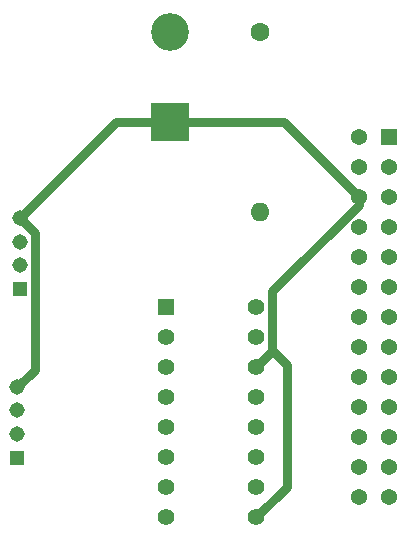
<source format=gbr>
%TF.GenerationSoftware,KiCad,Pcbnew,7.0.7*%
%TF.CreationDate,2025-03-27T10:25:25-07:00*%
%TF.ProjectId,lab7,6c616237-2e6b-4696-9361-645f70636258,rev?*%
%TF.SameCoordinates,Original*%
%TF.FileFunction,Copper,L2,Bot*%
%TF.FilePolarity,Positive*%
%FSLAX46Y46*%
G04 Gerber Fmt 4.6, Leading zero omitted, Abs format (unit mm)*
G04 Created by KiCad (PCBNEW 7.0.7) date 2025-03-27 10:25:25*
%MOMM*%
%LPD*%
G01*
G04 APERTURE LIST*
%TA.AperFunction,ComponentPad*%
%ADD10R,3.200000X3.200000*%
%TD*%
%TA.AperFunction,ComponentPad*%
%ADD11O,3.200000X3.200000*%
%TD*%
%TA.AperFunction,ComponentPad*%
%ADD12R,1.308000X1.308000*%
%TD*%
%TA.AperFunction,ComponentPad*%
%ADD13C,1.308000*%
%TD*%
%TA.AperFunction,ComponentPad*%
%ADD14R,1.400000X1.400000*%
%TD*%
%TA.AperFunction,ComponentPad*%
%ADD15C,1.400000*%
%TD*%
%TA.AperFunction,ComponentPad*%
%ADD16R,1.370000X1.370000*%
%TD*%
%TA.AperFunction,ComponentPad*%
%ADD17C,1.370000*%
%TD*%
%TA.AperFunction,ComponentPad*%
%ADD18C,1.600000*%
%TD*%
%TA.AperFunction,ComponentPad*%
%ADD19O,1.600000X1.600000*%
%TD*%
%TA.AperFunction,Conductor*%
%ADD20C,0.762000*%
%TD*%
G04 APERTURE END LIST*
D10*
%TO.P,D1,1,K*%
%TO.N,GND*%
X96520000Y-53340000D03*
D11*
%TO.P,D1,2,A*%
%TO.N,Net-(D1-A)*%
X96520000Y-45720000D03*
%TD*%
D12*
%TO.P,J3,1,1*%
%TO.N,Net-(U1-CH0)*%
X83820000Y-67500000D03*
D13*
%TO.P,J3,2,2*%
%TO.N,unconnected-(J3-Pad2)*%
X83820000Y-65500000D03*
%TO.P,J3,3,3*%
%TO.N,VDD*%
X83820000Y-63500000D03*
%TO.P,J3,4,4*%
%TO.N,GND*%
X83820000Y-61500000D03*
%TD*%
D14*
%TO.P,U1,1,CH0*%
%TO.N,Net-(U1-CH0)*%
X96250000Y-69020000D03*
D15*
%TO.P,U1,2,CH1*%
%TO.N,Net-(U1-CH1)*%
X96250000Y-71560000D03*
%TO.P,U1,3,CH2*%
%TO.N,unconnected-(U1-CH2-Pad3)*%
X96250000Y-74100000D03*
%TO.P,U1,4,CH3*%
%TO.N,unconnected-(U1-CH3-Pad4)*%
X96250000Y-76640000D03*
%TO.P,U1,5,CH4*%
%TO.N,unconnected-(U1-CH4-Pad5)*%
X96250000Y-79180000D03*
%TO.P,U1,6,CH5*%
%TO.N,unconnected-(U1-CH5-Pad6)*%
X96250000Y-81720000D03*
%TO.P,U1,7,CH6*%
%TO.N,unconnected-(U1-CH6-Pad7)*%
X96250000Y-84260000D03*
%TO.P,U1,8,CH7*%
%TO.N,unconnected-(U1-CH7-Pad8)*%
X96250000Y-86800000D03*
%TO.P,U1,9,DGND*%
%TO.N,GND*%
X103870000Y-86800000D03*
%TO.P,U1,10,SHDN/~{CS}*%
%TO.N,Net-(U1-SHDN{slash}~{CS})*%
X103870000Y-84260000D03*
%TO.P,U1,11,DIN*%
%TO.N,Net-(U1-DIN)*%
X103870000Y-81720000D03*
%TO.P,U1,12,DOUT*%
%TO.N,Net-(U1-DOUT)*%
X103870000Y-79180000D03*
%TO.P,U1,13,CLK*%
%TO.N,Net-(U1-CLK)*%
X103870000Y-76640000D03*
%TO.P,U1,14,AGND*%
%TO.N,GND*%
X103870000Y-74100000D03*
%TO.P,U1,15,VREF*%
%TO.N,VDD*%
X103870000Y-71560000D03*
%TO.P,U1,16,VDD*%
X103870000Y-69020000D03*
%TD*%
D16*
%TO.P,J2,01,01*%
%TO.N,VDD*%
X115062000Y-54610000D03*
D17*
%TO.P,J2,02,02*%
%TO.N,unconnected-(J2-Pad02)*%
X112522000Y-54610000D03*
%TO.P,J2,03,03*%
%TO.N,unconnected-(J2-Pad03)*%
X115062000Y-57150000D03*
%TO.P,J2,04,04*%
%TO.N,unconnected-(J2-Pad04)*%
X112522000Y-57150000D03*
%TO.P,J2,05,05*%
%TO.N,unconnected-(J2-Pad05)*%
X115062000Y-59690000D03*
%TO.P,J2,06,06*%
%TO.N,GND*%
X112522000Y-59690000D03*
%TO.P,J2,07,07*%
%TO.N,unconnected-(J2-Pad07)*%
X115062000Y-62230000D03*
%TO.P,J2,08,08*%
%TO.N,unconnected-(J2-Pad08)*%
X112522000Y-62230000D03*
%TO.P,J2,09,09*%
%TO.N,unconnected-(J2-Pad09)*%
X115062000Y-64770000D03*
%TO.P,J2,10,10*%
%TO.N,unconnected-(J2-Pad10)*%
X112522000Y-64770000D03*
%TO.P,J2,11,11*%
%TO.N,Net-(J2-Pad11)*%
X115062000Y-67310000D03*
%TO.P,J2,12,12*%
%TO.N,unconnected-(J2-Pad12)*%
X112522000Y-67310000D03*
%TO.P,J2,13,13*%
%TO.N,unconnected-(J2-Pad13)*%
X115062000Y-69850000D03*
%TO.P,J2,14,14*%
%TO.N,unconnected-(J2-Pad14)*%
X112522000Y-69850000D03*
%TO.P,J2,15,15*%
%TO.N,unconnected-(J2-Pad15)*%
X115062000Y-72390000D03*
%TO.P,J2,16,16*%
%TO.N,unconnected-(J2-Pad16)*%
X112522000Y-72390000D03*
%TO.P,J2,17,17*%
%TO.N,unconnected-(J2-Pad17)*%
X115062000Y-74930000D03*
%TO.P,J2,18,18*%
%TO.N,unconnected-(J2-Pad18)*%
X112522000Y-74930000D03*
%TO.P,J2,19,19*%
%TO.N,Net-(U1-DIN)*%
X115062000Y-77470000D03*
%TO.P,J2,20,20*%
%TO.N,unconnected-(J2-Pad20)*%
X112522000Y-77470000D03*
%TO.P,J2,21,21*%
%TO.N,Net-(U1-DOUT)*%
X115062000Y-80010000D03*
%TO.P,J2,22,22*%
%TO.N,unconnected-(J2-Pad22)*%
X112522000Y-80010000D03*
%TO.P,J2,23,23*%
%TO.N,Net-(U1-CLK)*%
X115062000Y-82550000D03*
%TO.P,J2,24,24*%
%TO.N,Net-(U1-SHDN{slash}~{CS})*%
X112522000Y-82550000D03*
%TO.P,J2,25,25*%
%TO.N,unconnected-(J2-Pad25)*%
X115062000Y-85090000D03*
%TO.P,J2,26,26*%
%TO.N,unconnected-(J2-Pad26)*%
X112522000Y-85090000D03*
%TD*%
D12*
%TO.P,J1,1,1*%
%TO.N,Net-(U1-CH1)*%
X83640000Y-81790000D03*
D13*
%TO.P,J1,2,2*%
%TO.N,unconnected-(J1-Pad2)*%
X83640000Y-79790000D03*
%TO.P,J1,3,3*%
%TO.N,VDD*%
X83640000Y-77790000D03*
%TO.P,J1,4,4*%
%TO.N,GND*%
X83640000Y-75790000D03*
%TD*%
D18*
%TO.P,R1,1*%
%TO.N,Net-(D1-A)*%
X104140000Y-45720000D03*
D19*
%TO.P,R1,2*%
%TO.N,Net-(J2-Pad11)*%
X104140000Y-60960000D03*
%TD*%
D20*
%TO.N,GND*%
X106426000Y-84244000D02*
X103870000Y-86800000D01*
X106426000Y-73914000D02*
X106426000Y-84244000D01*
X105277000Y-72765000D02*
X106426000Y-73914000D01*
X105205000Y-72765000D02*
X105277000Y-72765000D01*
X85109000Y-74321000D02*
X83640000Y-75790000D01*
X85109000Y-62789000D02*
X85109000Y-74321000D01*
X83820000Y-61500000D02*
X85109000Y-62789000D01*
X91980000Y-53340000D02*
X83820000Y-61500000D01*
X96520000Y-53340000D02*
X91980000Y-53340000D01*
X105205000Y-72765000D02*
X103870000Y-74100000D01*
X105205000Y-67680238D02*
X105205000Y-72765000D01*
X112522000Y-60363238D02*
X105205000Y-67680238D01*
X112522000Y-59690000D02*
X112522000Y-60363238D01*
X106172000Y-53340000D02*
X112522000Y-59690000D01*
X96520000Y-53340000D02*
X106172000Y-53340000D01*
%TD*%
M02*

</source>
